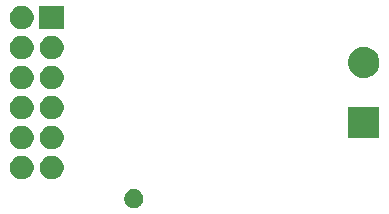
<source format=gbr>
G04 #@! TF.GenerationSoftware,KiCad,Pcbnew,5.0.2*
G04 #@! TF.CreationDate,2020-09-10T14:17:03+02:00*
G04 #@! TF.ProjectId,pmod-ct,706d6f64-2d63-4742-9e6b-696361645f70,1*
G04 #@! TF.SameCoordinates,Original*
G04 #@! TF.FileFunction,Soldermask,Bot*
G04 #@! TF.FilePolarity,Negative*
%FSLAX46Y46*%
G04 Gerber Fmt 4.6, Leading zero omitted, Abs format (unit mm)*
G04 Created by KiCad (PCBNEW 5.0.2) date jeu. 10 sept. 2020 14:17:03 CEST*
%MOMM*%
%LPD*%
G01*
G04 APERTURE LIST*
%ADD10C,0.100000*%
G04 APERTURE END LIST*
D10*
G36*
X143237142Y-113218242D02*
X143385102Y-113279530D01*
X143518258Y-113368502D01*
X143631498Y-113481742D01*
X143720470Y-113614898D01*
X143781758Y-113762858D01*
X143813000Y-113919925D01*
X143813000Y-114080075D01*
X143781758Y-114237142D01*
X143720470Y-114385102D01*
X143631498Y-114518258D01*
X143518258Y-114631498D01*
X143385102Y-114720470D01*
X143237142Y-114781758D01*
X143080075Y-114813000D01*
X142919925Y-114813000D01*
X142762858Y-114781758D01*
X142614898Y-114720470D01*
X142481742Y-114631498D01*
X142368502Y-114518258D01*
X142279530Y-114385102D01*
X142218242Y-114237142D01*
X142187000Y-114080075D01*
X142187000Y-113919925D01*
X142218242Y-113762858D01*
X142279530Y-113614898D01*
X142368502Y-113481742D01*
X142481742Y-113368502D01*
X142614898Y-113279530D01*
X142762858Y-113218242D01*
X142919925Y-113187000D01*
X143080075Y-113187000D01*
X143237142Y-113218242D01*
X143237142Y-113218242D01*
G37*
G36*
X136331981Y-110387468D02*
X136514150Y-110462925D01*
X136678103Y-110572475D01*
X136817525Y-110711897D01*
X136927075Y-110875850D01*
X137002532Y-111058019D01*
X137041000Y-111251410D01*
X137041000Y-111448590D01*
X137002532Y-111641981D01*
X136927075Y-111824150D01*
X136817525Y-111988103D01*
X136678103Y-112127525D01*
X136514150Y-112237075D01*
X136331981Y-112312532D01*
X136138590Y-112351000D01*
X135941410Y-112351000D01*
X135748019Y-112312532D01*
X135565850Y-112237075D01*
X135401897Y-112127525D01*
X135262475Y-111988103D01*
X135152925Y-111824150D01*
X135077468Y-111641981D01*
X135039000Y-111448590D01*
X135039000Y-111251410D01*
X135077468Y-111058019D01*
X135152925Y-110875850D01*
X135262475Y-110711897D01*
X135401897Y-110572475D01*
X135565850Y-110462925D01*
X135748019Y-110387468D01*
X135941410Y-110349000D01*
X136138590Y-110349000D01*
X136331981Y-110387468D01*
X136331981Y-110387468D01*
G37*
G36*
X133791981Y-110387468D02*
X133974150Y-110462925D01*
X134138103Y-110572475D01*
X134277525Y-110711897D01*
X134387075Y-110875850D01*
X134462532Y-111058019D01*
X134501000Y-111251410D01*
X134501000Y-111448590D01*
X134462532Y-111641981D01*
X134387075Y-111824150D01*
X134277525Y-111988103D01*
X134138103Y-112127525D01*
X133974150Y-112237075D01*
X133791981Y-112312532D01*
X133598590Y-112351000D01*
X133401410Y-112351000D01*
X133208019Y-112312532D01*
X133025850Y-112237075D01*
X132861897Y-112127525D01*
X132722475Y-111988103D01*
X132612925Y-111824150D01*
X132537468Y-111641981D01*
X132499000Y-111448590D01*
X132499000Y-111251410D01*
X132537468Y-111058019D01*
X132612925Y-110875850D01*
X132722475Y-110711897D01*
X132861897Y-110572475D01*
X133025850Y-110462925D01*
X133208019Y-110387468D01*
X133401410Y-110349000D01*
X133598590Y-110349000D01*
X133791981Y-110387468D01*
X133791981Y-110387468D01*
G37*
G36*
X136331981Y-107847468D02*
X136514150Y-107922925D01*
X136678103Y-108032475D01*
X136817525Y-108171897D01*
X136927075Y-108335850D01*
X137002532Y-108518019D01*
X137041000Y-108711410D01*
X137041000Y-108908590D01*
X137002532Y-109101981D01*
X136927075Y-109284150D01*
X136817525Y-109448103D01*
X136678103Y-109587525D01*
X136514150Y-109697075D01*
X136331981Y-109772532D01*
X136138590Y-109811000D01*
X135941410Y-109811000D01*
X135748019Y-109772532D01*
X135565850Y-109697075D01*
X135401897Y-109587525D01*
X135262475Y-109448103D01*
X135152925Y-109284150D01*
X135077468Y-109101981D01*
X135039000Y-108908590D01*
X135039000Y-108711410D01*
X135077468Y-108518019D01*
X135152925Y-108335850D01*
X135262475Y-108171897D01*
X135401897Y-108032475D01*
X135565850Y-107922925D01*
X135748019Y-107847468D01*
X135941410Y-107809000D01*
X136138590Y-107809000D01*
X136331981Y-107847468D01*
X136331981Y-107847468D01*
G37*
G36*
X133791981Y-107847468D02*
X133974150Y-107922925D01*
X134138103Y-108032475D01*
X134277525Y-108171897D01*
X134387075Y-108335850D01*
X134462532Y-108518019D01*
X134501000Y-108711410D01*
X134501000Y-108908590D01*
X134462532Y-109101981D01*
X134387075Y-109284150D01*
X134277525Y-109448103D01*
X134138103Y-109587525D01*
X133974150Y-109697075D01*
X133791981Y-109772532D01*
X133598590Y-109811000D01*
X133401410Y-109811000D01*
X133208019Y-109772532D01*
X133025850Y-109697075D01*
X132861897Y-109587525D01*
X132722475Y-109448103D01*
X132612925Y-109284150D01*
X132537468Y-109101981D01*
X132499000Y-108908590D01*
X132499000Y-108711410D01*
X132537468Y-108518019D01*
X132612925Y-108335850D01*
X132722475Y-108171897D01*
X132861897Y-108032475D01*
X133025850Y-107922925D01*
X133208019Y-107847468D01*
X133401410Y-107809000D01*
X133598590Y-107809000D01*
X133791981Y-107847468D01*
X133791981Y-107847468D01*
G37*
G36*
X163781000Y-108861000D02*
X161139000Y-108861000D01*
X161139000Y-106219000D01*
X163781000Y-106219000D01*
X163781000Y-108861000D01*
X163781000Y-108861000D01*
G37*
G36*
X136331981Y-105307468D02*
X136514150Y-105382925D01*
X136678103Y-105492475D01*
X136817525Y-105631897D01*
X136927075Y-105795850D01*
X137002532Y-105978019D01*
X137041000Y-106171410D01*
X137041000Y-106368590D01*
X137002532Y-106561981D01*
X136927075Y-106744150D01*
X136817525Y-106908103D01*
X136678103Y-107047525D01*
X136514150Y-107157075D01*
X136331981Y-107232532D01*
X136138590Y-107271000D01*
X135941410Y-107271000D01*
X135748019Y-107232532D01*
X135565850Y-107157075D01*
X135401897Y-107047525D01*
X135262475Y-106908103D01*
X135152925Y-106744150D01*
X135077468Y-106561981D01*
X135039000Y-106368590D01*
X135039000Y-106171410D01*
X135077468Y-105978019D01*
X135152925Y-105795850D01*
X135262475Y-105631897D01*
X135401897Y-105492475D01*
X135565850Y-105382925D01*
X135748019Y-105307468D01*
X135941410Y-105269000D01*
X136138590Y-105269000D01*
X136331981Y-105307468D01*
X136331981Y-105307468D01*
G37*
G36*
X133791981Y-105307468D02*
X133974150Y-105382925D01*
X134138103Y-105492475D01*
X134277525Y-105631897D01*
X134387075Y-105795850D01*
X134462532Y-105978019D01*
X134501000Y-106171410D01*
X134501000Y-106368590D01*
X134462532Y-106561981D01*
X134387075Y-106744150D01*
X134277525Y-106908103D01*
X134138103Y-107047525D01*
X133974150Y-107157075D01*
X133791981Y-107232532D01*
X133598590Y-107271000D01*
X133401410Y-107271000D01*
X133208019Y-107232532D01*
X133025850Y-107157075D01*
X132861897Y-107047525D01*
X132722475Y-106908103D01*
X132612925Y-106744150D01*
X132537468Y-106561981D01*
X132499000Y-106368590D01*
X132499000Y-106171410D01*
X132537468Y-105978019D01*
X132612925Y-105795850D01*
X132722475Y-105631897D01*
X132861897Y-105492475D01*
X133025850Y-105382925D01*
X133208019Y-105307468D01*
X133401410Y-105269000D01*
X133598590Y-105269000D01*
X133791981Y-105307468D01*
X133791981Y-105307468D01*
G37*
G36*
X136331981Y-102767468D02*
X136514150Y-102842925D01*
X136678103Y-102952475D01*
X136817525Y-103091897D01*
X136927075Y-103255850D01*
X137002532Y-103438019D01*
X137041000Y-103631410D01*
X137041000Y-103828590D01*
X137002532Y-104021981D01*
X136927075Y-104204150D01*
X136817525Y-104368103D01*
X136678103Y-104507525D01*
X136514150Y-104617075D01*
X136331981Y-104692532D01*
X136138590Y-104731000D01*
X135941410Y-104731000D01*
X135748019Y-104692532D01*
X135565850Y-104617075D01*
X135401897Y-104507525D01*
X135262475Y-104368103D01*
X135152925Y-104204150D01*
X135077468Y-104021981D01*
X135039000Y-103828590D01*
X135039000Y-103631410D01*
X135077468Y-103438019D01*
X135152925Y-103255850D01*
X135262475Y-103091897D01*
X135401897Y-102952475D01*
X135565850Y-102842925D01*
X135748019Y-102767468D01*
X135941410Y-102729000D01*
X136138590Y-102729000D01*
X136331981Y-102767468D01*
X136331981Y-102767468D01*
G37*
G36*
X133791981Y-102767468D02*
X133974150Y-102842925D01*
X134138103Y-102952475D01*
X134277525Y-103091897D01*
X134387075Y-103255850D01*
X134462532Y-103438019D01*
X134501000Y-103631410D01*
X134501000Y-103828590D01*
X134462532Y-104021981D01*
X134387075Y-104204150D01*
X134277525Y-104368103D01*
X134138103Y-104507525D01*
X133974150Y-104617075D01*
X133791981Y-104692532D01*
X133598590Y-104731000D01*
X133401410Y-104731000D01*
X133208019Y-104692532D01*
X133025850Y-104617075D01*
X132861897Y-104507525D01*
X132722475Y-104368103D01*
X132612925Y-104204150D01*
X132537468Y-104021981D01*
X132499000Y-103828590D01*
X132499000Y-103631410D01*
X132537468Y-103438019D01*
X132612925Y-103255850D01*
X132722475Y-103091897D01*
X132861897Y-102952475D01*
X133025850Y-102842925D01*
X133208019Y-102767468D01*
X133401410Y-102729000D01*
X133598590Y-102729000D01*
X133791981Y-102767468D01*
X133791981Y-102767468D01*
G37*
G36*
X162760250Y-101172843D02*
X162845322Y-101189765D01*
X162915735Y-101218931D01*
X163085728Y-101289344D01*
X163302092Y-101433914D01*
X163486086Y-101617908D01*
X163630656Y-101834272D01*
X163701069Y-102004265D01*
X163730235Y-102074678D01*
X163781000Y-102329893D01*
X163781000Y-102590107D01*
X163730712Y-102842926D01*
X163730235Y-102845321D01*
X163630656Y-103085728D01*
X163486086Y-103302092D01*
X163302092Y-103486086D01*
X163085728Y-103630656D01*
X162915735Y-103701069D01*
X162845322Y-103730235D01*
X162760250Y-103747157D01*
X162590109Y-103781000D01*
X162329891Y-103781000D01*
X162159750Y-103747157D01*
X162074678Y-103730235D01*
X162004265Y-103701069D01*
X161834272Y-103630656D01*
X161617908Y-103486086D01*
X161433914Y-103302092D01*
X161289344Y-103085728D01*
X161189765Y-102845321D01*
X161189289Y-102842926D01*
X161139000Y-102590107D01*
X161139000Y-102329893D01*
X161189765Y-102074678D01*
X161218931Y-102004265D01*
X161289344Y-101834272D01*
X161433914Y-101617908D01*
X161617908Y-101433914D01*
X161834272Y-101289344D01*
X162004265Y-101218931D01*
X162074678Y-101189765D01*
X162159750Y-101172843D01*
X162329891Y-101139000D01*
X162590109Y-101139000D01*
X162760250Y-101172843D01*
X162760250Y-101172843D01*
G37*
G36*
X136331981Y-100227468D02*
X136514150Y-100302925D01*
X136678103Y-100412475D01*
X136817525Y-100551897D01*
X136927075Y-100715850D01*
X137002532Y-100898019D01*
X137041000Y-101091410D01*
X137041000Y-101288590D01*
X137002532Y-101481981D01*
X136927075Y-101664150D01*
X136817525Y-101828103D01*
X136678103Y-101967525D01*
X136514150Y-102077075D01*
X136331981Y-102152532D01*
X136138590Y-102191000D01*
X135941410Y-102191000D01*
X135748019Y-102152532D01*
X135565850Y-102077075D01*
X135401897Y-101967525D01*
X135262475Y-101828103D01*
X135152925Y-101664150D01*
X135077468Y-101481981D01*
X135039000Y-101288590D01*
X135039000Y-101091410D01*
X135077468Y-100898019D01*
X135152925Y-100715850D01*
X135262475Y-100551897D01*
X135401897Y-100412475D01*
X135565850Y-100302925D01*
X135748019Y-100227468D01*
X135941410Y-100189000D01*
X136138590Y-100189000D01*
X136331981Y-100227468D01*
X136331981Y-100227468D01*
G37*
G36*
X133791981Y-100227468D02*
X133974150Y-100302925D01*
X134138103Y-100412475D01*
X134277525Y-100551897D01*
X134387075Y-100715850D01*
X134462532Y-100898019D01*
X134501000Y-101091410D01*
X134501000Y-101288590D01*
X134462532Y-101481981D01*
X134387075Y-101664150D01*
X134277525Y-101828103D01*
X134138103Y-101967525D01*
X133974150Y-102077075D01*
X133791981Y-102152532D01*
X133598590Y-102191000D01*
X133401410Y-102191000D01*
X133208019Y-102152532D01*
X133025850Y-102077075D01*
X132861897Y-101967525D01*
X132722475Y-101828103D01*
X132612925Y-101664150D01*
X132537468Y-101481981D01*
X132499000Y-101288590D01*
X132499000Y-101091410D01*
X132537468Y-100898019D01*
X132612925Y-100715850D01*
X132722475Y-100551897D01*
X132861897Y-100412475D01*
X133025850Y-100302925D01*
X133208019Y-100227468D01*
X133401410Y-100189000D01*
X133598590Y-100189000D01*
X133791981Y-100227468D01*
X133791981Y-100227468D01*
G37*
G36*
X137091000Y-99651000D02*
X134989000Y-99651000D01*
X134989000Y-97649000D01*
X137091000Y-97649000D01*
X137091000Y-99651000D01*
X137091000Y-99651000D01*
G37*
G36*
X133791981Y-97687468D02*
X133974150Y-97762925D01*
X134138103Y-97872475D01*
X134277525Y-98011897D01*
X134387075Y-98175850D01*
X134462532Y-98358019D01*
X134501000Y-98551410D01*
X134501000Y-98748590D01*
X134462532Y-98941981D01*
X134387075Y-99124150D01*
X134277525Y-99288103D01*
X134138103Y-99427525D01*
X133974150Y-99537075D01*
X133791981Y-99612532D01*
X133598590Y-99651000D01*
X133401410Y-99651000D01*
X133208019Y-99612532D01*
X133025850Y-99537075D01*
X132861897Y-99427525D01*
X132722475Y-99288103D01*
X132612925Y-99124150D01*
X132537468Y-98941981D01*
X132499000Y-98748590D01*
X132499000Y-98551410D01*
X132537468Y-98358019D01*
X132612925Y-98175850D01*
X132722475Y-98011897D01*
X132861897Y-97872475D01*
X133025850Y-97762925D01*
X133208019Y-97687468D01*
X133401410Y-97649000D01*
X133598590Y-97649000D01*
X133791981Y-97687468D01*
X133791981Y-97687468D01*
G37*
M02*

</source>
